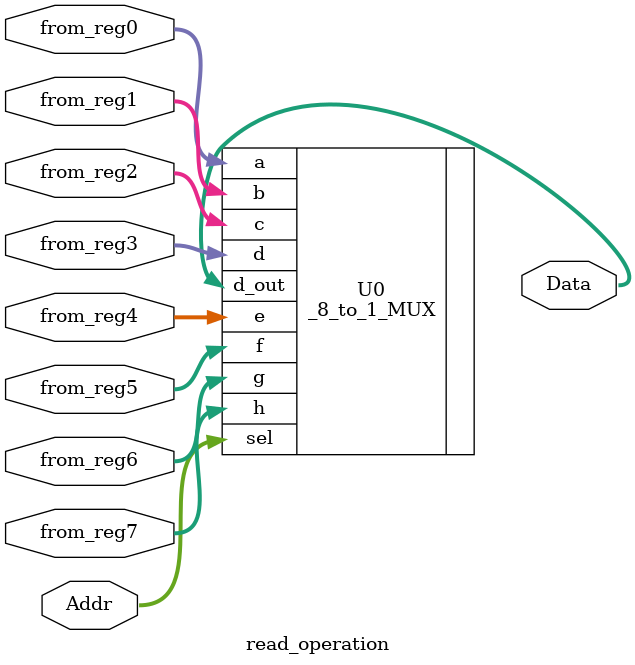
<source format=v>
module read_operation (Addr, Data, from_reg0, from_reg1, from_reg2, 
							  from_reg3, from_reg4, from_reg5, from_reg6, from_reg7);

	input [31:0]	from_reg0, from_reg1, from_reg2, from_reg3,
						from_reg4, from_reg5, from_reg6, from_reg7;	// 32bits input ports
						
	input [2:0]		Addr;	// 3bits input port
	output [31:0]	Data; // 32bits output port
		
	// Instance 8 to 1 mux	
	_8_to_1_MUX U0 (.a(from_reg0), .b(from_reg1), .c(from_reg2), .d(from_reg3), .e(from_reg4),
						 .f(from_reg5), .g(from_reg6), .h(from_reg7), .sel(Addr), .d_out(Data));
							

endmodule

</source>
